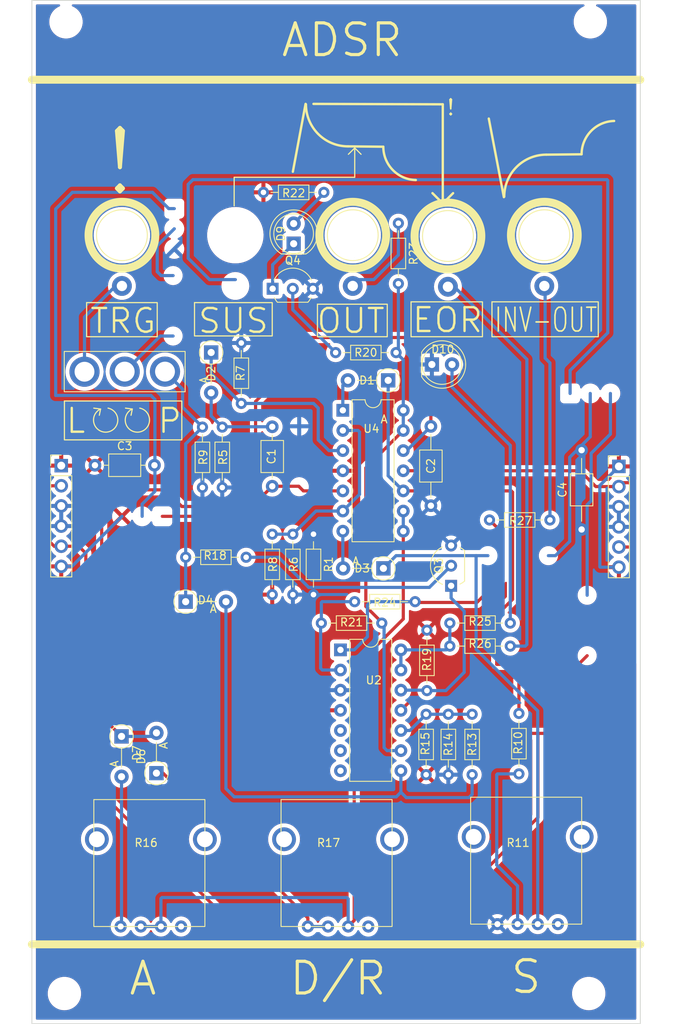
<source format=kicad_pcb>
(kicad_pcb (version 20221018) (generator pcbnew)
  (layers (0 "F.Cu" signal) (31 "B.Cu" signal) (34 "B.Paste" user) (35 "F.Paste" user) (36 "B.SilkS" user "B.Silkscreen") (37 "F.SilkS" user "F.Silkscreen") (38 "B.Mask" user) (39 "F.Mask" user) (44 "Edge.Cuts" user))
  (net 0 "")
  (net 1 "Net-(U4B-+)")
  (net 2 "Net-(D2-A)")
  (net 3 "GND")
  (net 4 "Net-(D6-K)")
  (net 5 "Net-(D1-K)")
  (net 6 "Net-(D1-A)")
  (net 7 "Net-(D2-K)")
  (net 8 "Net-(D3-K)")
  (net 9 "+12V")
  (net 10 "-12V")
  (net 11 "Net-(D3-A)")
  (net 12 "Net-(D4-K)")
  (net 13 "Net-(D4-A)")
  (net 14 "Net-(D6-A)")
  (net 15 "Net-(D7-K)")
  (net 16 "Net-(D9-K)")
  (net 17 "Net-(D9-A)")
  (net 18 "Net-(D10-A)")
  (net 19 "Net-(Q3-C)")
  (net 20 "Net-(Q3-B)")
  (net 21 "Net-(Q4-B)")
  (net 22 "Net-(U4A--)")
  (net 23 "Net-(R11-S)")
  (net 27 "Net-(U2C-+)")
  (net 28 "Net-(R16-E)")
  (net 31 "Net-(R23-Pad1)")
  (net 32 "Net-(R24-Pad1)")
  (net 34 "Net-(R26-Pad1)")
  (net 35 "Net-(R27-Pad1)")
  (net 36 "Net-(U1-Pad1)")
  (net 40 "Net-(U2C--)")
  (net 41 "Net-(U2A--)")
  (net 42 "Net-(U2D--)")
  (net 43 "Net-(U2B--)")
  (footprint "Connector_PinHeader_2.54mm:PinHeader_1x06_P2.54mm_Vertical" (layer "F.Cu") (at 248.5 76.45)
    (fp_text reference "J1" hide)
    (fp_text value "Conn_01x06_Female")
    (pad "1" thru_hole rect (at 0 0) (size 1.7 1.7) (drill 1) (layers "*.Cu" "*.Mask") (net 9 "+12V"))
    (pad "2" thru_hole oval (at 0 2.54) (size 1.7 1.7) (drill 1) (layers "*.Cu" "*.Mask") (net 10 "-12V"))
    (pad "3" thru_hole oval (at 0 5.08) (size 1.7 1.7) (drill 1) (layers "*.Cu" "*.Mask") (net 3 "GND"))
    (pad "4" thru_hole oval (at 0 7.62) (size 1.7 1.7) (drill 1) (layers "*.Cu" "*.Mask") (net 3 "GND"))
    (pad "5" thru_hole oval (at 0 10.16) (size 1.7 1.7) (drill 1) (layers "*.Cu" "*.Mask") (net 10 "-12V"))
    (pad "6" thru_hole oval (at 0 12.7) (size 1.7 1.7) (drill 1) (layers "*.Cu" "*.Mask") (net 9 "+12V"))
  )
  (footprint "Package_DIP:DIP-14_W7.62mm" (layer "F.Cu") (at 213.7 69.375)
    (fp_text reference "U4" (at 3.6 2.325) (layer "F.SilkS"))
    (fp_text value "TL074")
    (pad "1" thru_hole rect (at 0 0) (size 1.6 1.6) (drill 0.8) (layers "*.Cu" "*.Mask") (net 6 "Net-(D1-A)"))
    (pad "2" thru_hole oval (at 0 2.54) (size 1.6 1.6) (drill 0.8) (layers "*.Cu" "*.Mask") (net 22 "Net-(U4A--)"))
    (pad "3" thru_hole oval (at 0 5.08) (size 1.6 1.6) (drill 0.8) (layers "*.Cu" "*.Mask") (net 7 "Net-(D2-K)"))
    (pad "4" thru_hole oval (at 0 7.62) (size 1.6 1.6) (drill 0.8) (layers "*.Cu" "*.Mask") (net 9 "+12V"))
    (pad "5" thru_hole oval (at 0 10.16) (size 1.6 1.6) (drill 0.8) (layers "*.Cu" "*.Mask") (net 1 "Net-(U4B-+)"))
    (pad "6" thru_hole oval (at 0 12.7) (size 1.6 1.6) (drill 0.8) (layers "*.Cu" "*.Mask") (net 22 "Net-(U4A--)"))
    (pad "7" thru_hole oval (at 0 15.24) (size 1.6 1.6) (drill 0.8) (layers "*.Cu" "*.Mask") (net 11 "Net-(D3-A)"))
    (pad "8" thru_hole oval (at 7.62 15.24) (size 1.6 1.6) (drill 0.8) (layers "*.Cu" "*.Mask") (net 28 "Net-(R16-E)"))
    (pad "9" thru_hole oval (at 7.62 12.7) (size 1.6 1.6) (drill 0.8) (layers "*.Cu" "*.Mask") (net 28 "Net-(R16-E)"))
    (pad "10" thru_hole oval (at 7.62 10.16) (size 1.6 1.6) (drill 0.8) (layers "*.Cu" "*.Mask") (net 5 "Net-(D1-K)"))
    (pad "11" thru_hole oval (at 7.62 7.62) (size 1.6 1.6) (drill 0.8) (layers "*.Cu" "*.Mask") (net 10 "-12V"))
    (pad "12" thru_hole oval (at 7.62 5.08) (size 1.6 1.6) (drill 0.8) (layers "*.Cu" "*.Mask") (net 4 "Net-(D6-K)"))
    (pad "13" thru_hole oval (at 7.62 2.54) (size 1.6 1.6) (drill 0.8) (layers "*.Cu" "*.Mask") (net 40 "Net-(U2C--)"))
    (pad "14" thru_hole oval (at 7.62 0) (size 1.6 1.6) (drill 0.8) (layers "*.Cu" "*.Mask") (net 40 "Net-(U2C--)"))
  )
  (footprint "Resistor_THT:R_Axial_DIN0204_L3.6mm_D1.6mm_P7.62mm_Horizontal" (layer "F.Cu") (at 210 84.99 -90)
    (fp_text reference "R1" (at 3.81 -1.92 90) (layer "F.SilkS"))
    (fp_text value "R")
    (pad "1" thru_hole circle (at 0 0 270) (size 1.4 1.4) (drill 0.7) (layers "*.Cu" "*.Mask") (net 1 "Net-(U4B-+)"))
    (pad "2" thru_hole oval (at 7.62 0 270) (size 1.4 1.4) (drill 0.7) (layers "*.Cu" "*.Mask") (net 3 "GND"))
  )
  (footprint "Diode_THT:D_A-405_P5.08mm_Vertical_AnodeUp" (layer "F.Cu") (at 193.885 93.5)
    (fp_text reference "D4" (at 2.515 -0.2) (layer "F.SilkS"))
    (fp_text value "D")
    (fp_text user "A" (at 3.48 0.9) (layer "F.SilkS"))
    (pad "1" thru_hole rect (at 0 0) (size 1.8 1.8) (drill 0.9) (layers "*.Cu" "*.Mask") (net 12 "Net-(D4-K)"))
    (pad "2" thru_hole oval (at 5.08 0) (size 1.8 1.8) (drill 0.9) (layers "*.Cu" "*.Mask") (net 13 "Net-(D4-A)"))
  )
  (footprint "Resistor_THT:R_Axial_DIN0204_L3.6mm_D1.6mm_P7.62mm_Horizontal" (layer "F.Cu") (at 224.2 115.31 90)
    (fp_text reference "R15" (at 3.91 -0.1 90) (layer "F.SilkS"))
    (fp_text value "R")
    (pad "1" thru_hole circle (at 0 0 90) (size 1.4 1.4) (drill 0.7) (layers "*.Cu" "*.Mask") (net 9 "+12V"))
    (pad "2" thru_hole oval (at 7.62 0 90) (size 1.4 1.4) (drill 0.7) (layers "*.Cu" "*.Mask") (net 27 "Net-(U2C-+)"))
  )
  (footprint "Diode_THT:D_A-405_P5.08mm_Vertical_AnodeUp" (layer "F.Cu") (at 185.8 110.485 -90)
    (fp_text reference "D6" (at 2.54 -2.47 90) (layer "F.SilkS"))
    (fp_text value "D")
    (fp_text user "A" (at 3.48 0.9 90) (layer "F.SilkS"))
    (pad "1" thru_hole rect (at 0 0 270) (size 1.8 1.8) (drill 0.9) (layers "*.Cu" "*.Mask") (net 4 "Net-(D6-K)"))
    (pad "2" thru_hole oval (at 5.08 0 270) (size 1.8 1.8) (drill 0.9) (layers "*.Cu" "*.Mask") (net 14 "Net-(D6-A)"))
  )
  (footprint "Diode_THT:D_A-405_P5.08mm_Vertical_AnodeUp" (layer "F.Cu") (at 190.2 115.115 90)
    (fp_text reference "D7" (at 2.54 -2.47 90) (layer "F.SilkS"))
    (fp_text value "D")
    (fp_text user "A" (at 3.48 0.9 90) (layer "F.SilkS"))
    (pad "1" thru_hole rect (at 0 0 90) (size 1.8 1.8) (drill 0.9) (layers "*.Cu" "*.Mask") (net 15 "Net-(D7-K)"))
    (pad "2" thru_hole oval (at 5.08 0 90) (size 1.8 1.8) (drill 0.9) (layers "*.Cu" "*.Mask") (net 4 "Net-(D6-K)"))
  )
  (footprint "Library:aux_flush" (layer "F.Cu") (at 239.1 47.3 90)
    (fp_text reference "U8" hide)
    (fp_text value "Aux_flush")
    (pad "" np_thru_hole circle (at 0 0 90) (size 6.1 6.1) (drill 6.1) (layers "F&B.Cu" "*.Mask"))
    (pad "1" thru_hole circle (at -6.4 0 90) (size 2.5 2.5) (drill 1.3) (layers "*.Cu" "*.Mask") (net 35 "Net-(R27-Pad1)"))
  )
  (footprint "Resistor_THT:R_Axial_DIN0204_L3.6mm_D1.6mm_P7.62mm_Horizontal" (layer "F.Cu") (at 198.5 71.49 -90)
    (fp_text reference "R5" (at 3.81 -0.1 90) (layer "F.SilkS"))
    (fp_text value "R")
    (pad "1" thru_hole circle (at 0 0 270) (size 1.4 1.4) (drill 0.7) (layers "*.Cu" "*.Mask") (net 2 "Net-(D2-A)"))
    (pad "2" thru_hole oval (at 7.62 0 270) (size 1.4 1.4) (drill 0.7) (layers "*.Cu" "*.Mask") (net 3 "GND"))
  )
  (footprint "Package_DIP:DIP-14_W7.62mm" (layer "F.Cu") (at 213.4 99.575)
    (fp_text reference "U2" (at 4.2 3.825) (layer "F.SilkS"))
    (fp_text value "TL074")
    (pad "1" thru_hole rect (at 0 0) (size 1.6 1.6) (drill 0.8) (layers "*.Cu" "*.Mask") (net 32 "Net-(R24-Pad1)"))
    (pad "2" thru_hole oval (at 0 2.54) (size 1.6 1.6) (drill 0.8) (layers "*.Cu" "*.Mask") (net 41 "Net-(U2A--)"))
    (pad "3" thru_hole oval (at 0 5.08) (size 1.6 1.6) (drill 0.8) (layers "*.Cu" "*.Mask") (net 3 "GND"))
    (pad "4" thru_hole oval (at 0 7.62) (size 1.6 1.6) (drill 0.8) (layers "*.Cu" "*.Mask") (net 9 "+12V"))
    (pad "5" thru_hole oval (at 0 10.16) (size 1.6 1.6) (drill 0.8) (layers "*.Cu" "*.Mask") (net 3 "GND"))
    (pad "6" thru_hole oval (at 0 12.7) (size 1.6 1.6) (drill 0.8) (layers "*.Cu" "*.Mask") (net 43 "Net-(U2B--)"))
    (pad "7" thru_hole oval (at 0 15.24) (size 1.6 1.6) (drill 0.8) (layers "*.Cu" "*.Mask") (net 43 "Net-(U2B--)"))
    (pad "8" thru_hole oval (at 7.62 15.24) (size 1.6 1.6) (drill 0.8) (layers "*.Cu" "*.Mask") (net 13 "Net-(D4-A)"))
    (pad "9" thru_hole oval (at 7.62 12.7) (size 1.6 1.6) (drill 0.8) (layers "*.Cu" "*.Mask") (net 40 "Net-(U2C--)"))
    (pad "10" thru_hole oval (at 7.62 10.16) (size 1.6 1.6) (drill 0.8) (layers "*.Cu" "*.Mask") (net 27 "Net-(U2C-+)"))
    (pad "11" thru_hole oval (at 7.62 7.62) (size 1.6 1.6) (drill 0.8) (layers "*.Cu" "*.Mask") (net 10 "-12V"))
    (pad "12" thru_hole oval (at 7.62 5.08) (size 1.6 1.6) (drill 0.8) (layers "*.Cu" "*.Mask") (net 19 "Net-(Q3-C)"))
    (pad "13" thru_hole oval (at 7.62 2.54) (size 1.6 1.6) (drill 0.8) (layers "*.Cu" "*.Mask") (net 42 "Net-(U2D--)"))
    (pad "14" thru_hole oval (at 7.62 0) (size 1.6 1.6) (drill 0.8) (layers "*.Cu" "*.Mask") (net 42 "Net-(U2D--)"))
  )
  (footprint "Resistor_THT:R_Axial_DIN0204_L3.6mm_D1.6mm_P7.62mm_Horizontal" (layer "F.Cu") (at 234.81 99.1 180)
    (fp_text reference "R26" (at 3.81 0.3) (layer "F.SilkS"))
    (fp_text value "R")
    (pad "1" thru_hole circle (at 0 0 180) (size 1.4 1.4) (drill 0.7) (layers "*.Cu" "*.Mask") (net 34 "Net-(R26-Pad1)"))
    (pad "2" thru_hole oval (at 7.62 0 180) (size 1.4 1.4) (drill 0.7) (layers "*.Cu" "*.Mask") (net 42 "Net-(U2D--)"))
  )
  (footprint "Resistor_THT:R_Axial_DIN0204_L3.6mm_D1.6mm_P7.62mm_Horizontal" (layer "F.Cu") (at 200.9 68.51 90)
    (fp_text reference "R7" (at 3.81 -0.1 90) (layer "F.SilkS"))
    (fp_text value "R")
    (pad "1" thru_hole circle (at 0 0 90) (size 1.4 1.4) (drill 0.7) (layers "*.Cu" "*.Mask") (net 7 "Net-(D2-K)"))
    (pad "2" thru_hole oval (at 7.62 0 90) (size 1.4 1.4) (drill 0.7) (layers "*.Cu" "*.Mask") (net 3 "GND"))
  )
  (footprint "Resistor_THT:R_Axial_DIN0204_L3.6mm_D1.6mm_P7.62mm_Horizontal" (layer "F.Cu") (at 212.79 62.1)
    (fp_text reference "R20" (at 3.81 0) (layer "F.SilkS"))
    (fp_text value "R")
    (pad "1" thru_hole circle (at 0 0) (size 1.4 1.4) (drill 0.7) (layers "*.Cu" "*.Mask") (net 21 "Net-(Q4-B)"))
    (pad "2" thru_hole oval (at 7.62 0) (size 1.4 1.4) (drill 0.7) (layers "*.Cu" "*.Mask") (net 40 "Net-(U2C--)"))
  )
  (footprint "Capacitor_THT:C_Axial_L3.8mm_D2.6mm_P10.00mm_Horizontal" (layer "F.Cu") (at 224.8 81.4 90)
    (fp_text reference "C2" (at 5 0 90) (layer "F.SilkS"))
    (fp_text value "C")
    (pad "1" thru_hole circle (at 0 0 90) (size 1.6 1.6) (drill 0.8) (layers "*.Cu" "*.Mask") (net 3 "GND"))
    (pad "2" thru_hole oval (at 10 0 90) (size 1.6 1.6) (drill 0.8) (layers "*.Cu" "*.Mask") (net 4 "Net-(D6-K)"))
  )
  (footprint "Resistor_THT:R_Axial_DIN0204_L3.6mm_D1.6mm_P7.62mm_Horizontal" (layer "F.Cu") (at 220.7 45.79 -90)
    (fp_text reference "R23" (at 3.81 -1.92 90) (layer "F.SilkS"))
    (fp_text value "R")
    (pad "1" thru_hole circle (at 0 0 270) (size 1.4 1.4) (drill 0.7) (layers "*.Cu" "*.Mask") (net 31 "Net-(R23-Pad1)"))
    (pad "2" thru_hole oval (at 7.62 0 270) (size 1.4 1.4) (drill 0.7) (layers "*.Cu" "*.Mask") (net 40 "Net-(U2C--)"))
  )
  (footprint "Capacitor_THT:C_Axial_L3.8mm_D2.6mm_P10.00mm_Horizontal" (layer "F.Cu") (at 243.8 84.4 90)
    (fp_text reference "C4" (at 5 -2.42 90) (layer "F.SilkS"))
    (fp_text value "C")
    (pad "1" thru_hole circle (at 0 0 90) (size 1.6 1.6) (drill 0.8) (layers "*.Cu" "*.Mask") (net 3 "GND"))
    (pad "2" thru_hole oval (at 10 0 90) (size 1.6 1.6) (drill 0.8) (layers "*.Cu" "*.Mask") (net 9 "+12V"))
  )
  (footprint "Capacitor_THT:C_Axial_L3.8mm_D2.6mm_P7.50mm_Horizontal" (layer "F.Cu") (at 204.8 78.95 90)
    (fp_text reference "C1" (at 3.75 -0.1 90) (layer "F.SilkS"))
    (fp_text value "C")
    (pad "1" thru_hole circle (at 0 0 90) (size 1.6 1.6) (drill 0.8) (layers "*.Cu" "*.Mask") (net 1 "Net-(U4B-+)"))
    (pad "2" thru_hole oval (at 7.5 0 90) (size 1.6 1.6) (drill 0.8) (layers "*.Cu" "*.Mask") (net 2 "Net-(D2-A)"))
  )
  (footprint "Package_TO_SOT_THT:TO-92L_Inline_Wide" (layer "F.Cu") (at 227.35 91.5 90)
    (fp_text reference "Q3" (at 2.54 -1.55 90) (layer "F.SilkS"))
    (fp_text value "BC547")
    (pad "1" thru_hole rect (at 0 0 90) (size 1.5 1.5) (drill 0.8) (layers "*.Cu" "*.Mask") (net 19 "Net-(Q3-C)"))
    (pad "2" thru_hole circle (at 2.54 0 90) (size 1.5 1.5) (drill 0.8) (layers "*.Cu" "*.Mask") (net 20 "Net-(Q3-B)"))
    (pad "3" thru_hole circle (at 5.08 0 90) (size 1.5 1.5) (drill 0.8) (layers "*.Cu" "*.Mask") (net 3 "GND"))
  )
  (footprint "Resistor_THT:R_Axial_DIN0204_L3.6mm_D1.6mm_P7.62mm_Horizontal" (layer "F.Cu") (at 211.31 41.9 180)
    (fp_text reference "R22" (at 3.81 -0.1) (layer "F.SilkS"))
    (fp_text value "R")
    (pad "1" thru_hole circle (at 0 0 180) (size 1.4 1.4) (drill 0.7) (layers "*.Cu" "*.Mask") (net 17 "Net-(D9-A)"))
    (pad "2" thru_hole oval (at 7.62 0 180) (size 1.4 1.4) (drill 0.7) (layers "*.Cu" "*.Mask") (net 9 "+12V"))
  )
  (footprint "Resistor_THT:R_Axial_DIN0204_L3.6mm_D1.6mm_P7.62mm_Horizontal" (layer "F.Cu") (at 224.3 97.09 -90)
    (fp_text reference "R19" (at 3.71 0 90) (layer "F.SilkS"))
    (fp_text value "R")
    (pad "1" thru_hole circle (at 0 0 270) (size 1.4 1.4) (drill 0.7) (layers "*.Cu" "*.Mask") (net 9 "+12V"))
    (pad "2" thru_hole oval (at 7.62 0 270) (size 1.4 1.4) (drill 0.7) (layers "*.Cu" "*.Mask") (net 19 "Net-(Q3-C)"))
  )
  (footprint "Resistor_THT:R_Axial_DIN0204_L3.6mm_D1.6mm_P7.62mm_Horizontal" (layer "F.Cu") (at 222.81 93.5 180)
    (fp_text reference "R24" (at 3.81 -0.1) (layer "F.SilkS"))
    (fp_text value "R")
    (pad "1" thru_hole circle (at 0 0 180) (size 1.4 1.4) (drill 0.7) (layers "*.Cu" "*.Mask") (net 32 "Net-(R24-Pad1)"))
    (pad "2" thru_hole oval (at 7.62 0 180) (size 1.4 1.4) (drill 0.7) (layers "*.Cu" "*.Mask") (net 41 "Net-(U2A--)"))
  )
  (footprint "Diode_THT:D_A-405_P5.08mm_Vertical_AnodeUp" (layer "F.Cu") (at 219.415 65.6 180)
    (fp_text reference "D1" (at 2.675 0) (layer "F.SilkS"))
    (fp_text value "D")
    (fp_text user "A" (at 0.515 -4.9) (layer "F.SilkS"))
    (pad "1" thru_hole rect (at 0 0 180) (size 1.8 1.8) (drill 0.9) (layers "*.Cu" "*.Mask") (net 5 "Net-(D1-K)"))
    (pad "2" thru_hole oval (at 5.08 0 180) (size 1.8 1.8) (drill 0.9) (layers "*.Cu" "*.Mask") (net 6 "Net-(D1-A)"))
  )
  (footprint "Resistor_THT:R_Axial_DIN0204_L3.6mm_D1.6mm_P7.62mm_Horizontal" (layer "F.Cu") (at 207.4 84.99 -90)
    (fp_text reference "R6" (at 3.81 -0.1 90) (layer "F.SilkS"))
    (fp_text value "R")
    (pad "1" thru_hole circle (at 0 0 270) (size 1.4 1.4) (drill 0.7) (layers "*.Cu" "*.Mask") (net 22 "Net-(U4A--)"))
    (pad "2" thru_hole oval (at 7.62 0 270) (size 1.4 1.4) (drill 0.7) (layers "*.Cu" "*.Mask") (net 3 "GND"))
  )
  (footprint "Capacitor_THT:C_Axial_L3.8mm_D2.6mm_P7.50mm_Horizontal" (layer "F.Cu") (at 182.45 76.3)
    (fp_text reference "C3" (at 3.75 -2.42) (layer "F.SilkS"))
    (fp_text value "C")
    (pad "1" thru_hole circle (at 0 0) (size 1.6 1.6) (drill 0.8) (layers "*.Cu" "*.Mask") (net 10 "-12V"))
    (pad "2" thru_hole oval (at 7.5 0) (size 1.6 1.6) (drill 0.8) (layers "*.Cu" "*.Mask") (net 9 "+12V"))
  )
  (footprint "Resistor_THT:R_Axial_DIN0204_L3.6mm_D1.6mm_P7.62mm_Horizontal" (layer "F.Cu") (at 230 107.69 -90)
    (fp_text reference "R13" (at 3.81 0 90) (layer "F.SilkS"))
    (fp_text value "R")
    (pad "1" thru_hole circle (at 0 0 270) (size 1.4 1.4) (drill 0.7) (layers "*.Cu" "*.Mask") (net 27 "Net-(U2C-+)"))
    (pad "2" thru_hole oval (at 7.62 0 270) (size 1.4 1.4) (drill 0.7) (layers "*.Cu" "*.Mask") (net 13 "Net-(D4-A)"))
  )
  (footprint "Resistor_THT:R_Axial_DIN0204_L3.6mm_D1.6mm_P7.62mm_Horizontal" (layer "F.Cu") (at 204.8 84.99 -90)
    (fp_text reference "R8" (at 3.81 -0.1 90) (layer "F.SilkS"))
    (fp_text value "R")
    (pad "1" thru_hole circle (at 0 0 270) (size 1.4 1.4) (drill 0.7) (layers "*.Cu" "*.Mask") (net 22 "Net-(U4A--)"))
    (pad "2" thru_hole oval (at 7.62 0 270) (size 1.4 1.4) (drill 0.7) (layers "*.Cu" "*.Mask") (net 9 "+12V"))
  )
  (footprint "LED_THT:LED_D5.0mm" (layer "F.Cu") (at 224.925 63.6)
    (fp_text reference "D10" (at 1.375 -1.9) (layer "F.SilkS"))
    (fp_text value "LED")
    (pad "1" thru_hole rect (at 0 0) (size 1.8 1.8) (drill 0.9) (layers "*.Cu" "*.Mask") (net 3 "GND"))
    (pad "2" thru_hole circle (at 2.54 0) (size 1.8 1.8) (drill 0.9) (layers "*.Cu" "*.Mask") (net 18 "Net-(D10-A)"))
  )
  (footprint "Resistor_THT:R_Axial_DIN0204_L3.6mm_D1.6mm_P7.62mm_Horizontal" (layer "F.Cu") (at 210.99 96.2)
    (fp_text reference "R21" (at 3.81 -0.1) (layer "F.SilkS"))
    (fp_text value "R")
    (pad "1" thru_hole circle (at 0 0) (size 1.4 1.4) (drill 0.7) (layers "*.Cu" "*.Mask") (net 41 "Net-(U2A--)"))
    (pad "2" thru_hole oval (at 7.62 0) (size 1.4 1.4) (drill 0.7) (layers "*.Cu" "*.Mask") (net 40 "Net-(U2C--)"))
  )
  (footprint "Diode_THT:D_A-405_P5.08mm_Vertical_AnodeUp" (layer "F.Cu") (at 218.815 89.3 180)
    (fp_text reference "D3" (at 2.675 0) (layer "F.SilkS"))
    (fp_text value "D")
    (fp_text user "A" (at 3.48 0.9) (layer "F.SilkS"))
    (pad "1" thru_hole rect (at 0 0 180) (size 1.8 1.8) (drill 0.9) (layers "*.Cu" "*.Mask") (net 8 "Net-(D3-K)"))
    (pad "2" thru_hole oval (at 5.08 0 180) (size 1.8 1.8) (drill 0.9) (layers "*.Cu" "*.Mask") (net 11 "Net-(D3-A)"))
  )
  (footprint "pretties:AlpsPot" (layer "F.Cu") (at 209.29 134.449)
    (fp_text reference "R17" (at 2.61 -10.549 unlocked) (layer "F.SilkS"))
    (fp_text value "AlpsPot")
    (pad "1" thru_hole circle (at 0 0) (size 1.524 1.524) (drill 0.762) (layers "*.Cu" "*.Mask") (net 15 "Net-(D7-K)"))
    (pad "2" thru_hole circle (at 2.54 0) (size 1.524 1.524) (drill 0.762) (layers "*.Cu" "*.Mask") (net 15 "Net-(D7-K)"))
    (pad "3" thru_hole circle (at 5.08 0) (size 1.524 1.524) (drill 0.762) (layers "*.Cu" "*.Mask") (net 28 "Net-(R16-E)"))
    (pad "4" thru_hole circle (at 7.62 0) (size 1.524 1.524) (drill 0.762) (layers "*.Cu" "*.Mask"))
    (pad "5" thru_hole circle (at -3 -11) (size 3 3) (drill 2) (layers "*.Cu" "*.Mask"))
    (pad "6" thru_hole circle (at 10.62 -11) (size 3 3) (drill 2) (layers "*.Cu" "*.Mask"))
  )
  (footprint "Diode_THT:D_A-405_P5.08mm_Vertical_AnodeUp" (layer "F.Cu") (at 197.1 62.085 -90)
    (fp_text reference "D2" (at 2.675 0 90) (layer "F.SilkS"))
    (fp_text value "D")
    (fp_text user "A" (at 3.48 0.9 90) (layer "F.SilkS"))
    (pad "1" thru_hole rect (at 0 0 270) (size 1.8 1.8) (drill 0.9) (layers "*.Cu" "*.Mask") (net 7 "Net-(D2-K)"))
    (pad "2" thru_hole oval (at 5.08 0 270) (size 1.8 1.8) (drill 0.9) (layers "*.Cu" "*.Mask") (net 2 "Net-(D2-A)"))
  )
  (footprint "LED_THT:LED_D5.0mm" (layer "F.Cu") (at 207.5 48.375 90)
    (fp_text reference "D9" (at 1.27 -1.6 90) (layer "F.SilkS"))
    (fp_text value "LED")
    (pad "1" thru_hole rect (at 0 0 90) (size 1.8 1.8) (drill 0.9) (layers "*.Cu" "*.Mask") (net 16 "Net-(D9-K)"))
    (pad "2" thru_hole circle (at 2.54 0 90) (size 1.8 1.8) (drill 0.9) (layers "*.Cu" "*.Mask") (net 17 "Net-(D9-A)"))
  )
  (footprint "Library:aux_flush" (layer "F.Cu") (at 185.85 47.3 90)
    (fp_text reference "U1" hide)
    (fp_text value "Aux_flush")
    (pad "" np_thru_hole circle (at 0 0 90) (size 6.1 6.1) (drill 6.1) (layers "F&B.Cu" "*.Mask"))
    (pad "1" thru_hole circle (at -6.4 0 90) (size 2.5 2.5) (drill 1.3) (layers "*.Cu" "*.Mask") (net 36 "Net-(U1-Pad1)"))
  )
  (footprint "pretties:AlpsPot" (layer "F.Cu") (at 233.19 134.149)
    (fp_text reference "R11" (at 2.61 -10.249 unlocked) (layer "F.SilkS"))
    (fp_text value "AlpsPot")
    (pad "1" thru_hole circle (at 0 0) (size 1.524 1.524) (drill 0.762) (layers "*.Cu" "*.Mask") (net 3 "GND"))
    (pad "2" thru_hole circle (at 2.54 0) (size 1.524 1.524) (drill 0.762) (layers "*.Cu" "*.Mask") (net 23 "Net-(R11-S)"))
    (pad "3" thru_hole circle (at 5.08 0) (size 1.524 1.524) (drill 0.762) (layers "*.Cu" "*.Mask") (net 8 "Net-(D3-K)"))
    (pad "4" thru_hole circle (at 7.62 0) (size 1.524 1.524) (drill 0.762) (layers "*.Cu" "*.Mask"))
    (pad "5" thru_hole circle (at -3 -11) (size 3 3) (drill 2) (layers "*.Cu" "*.Mask"))
    (pad "6" thru_hole circle (at 10.62 -11) (size 3 3) (drill 2) (layers "*.Cu" "*.Mask"))
  )
  (footprint "Resistor_THT:R_Axial_DIN0204_L3.6mm_D1.6mm_P7.62mm_Horizontal" (layer "F.Cu") (at 196 71.49 -90)
    (fp_text reference "R9" (at 3.81 -0.1 90) (layer "F.SilkS"))
    (fp_text value "R")
    (pad "1" thru_hole circle (at 0 0 270) (size 1.4 1.4) (drill 0.7) (layers "*.Cu" "*.Mask") (net 12 "Net-(D4-K)"))
    (pad "2" thru_hole oval (at 7.62 0 270) (size 1.4 1.4) (drill 0.7) (layers "*.Cu" "*.Mask") (net 3 "GND"))
  )
  (footprint "Resistor_THT:R_Axial_DIN0204_L3.6mm_D1.6mm_P7.62mm_Horizontal" (layer "F.Cu") (at 239.81 83.2 180)
    (fp_text reference "R27" (at 3.71 -0.1) (layer "F.SilkS"))
    (fp_text value "R")
    (pad "1" thru_hole circle (at 0 0 180) (size 1.4 1.4) (drill 0.7) (layers "*.Cu" "*.Mask") (net 35 "Net-(R27-Pad1)"))
    (pad "2" thru_hole oval (at 7.62 0 180) (size 1.4 1.4) (drill 0.7) (layers "*.Cu" "*.Mask") (net 32 "Net-(R24-Pad1)"))
  )
  (footprint "Library:aux_flush" (layer "F.Cu") (at 214.95 47.3 90)
    (fp_text reference "U6" hide)
    (fp_text value "Aux_flush")
    (pad "" np_thru_hole circle (at 0 0 90) (size 6.1 6.1) (drill 6.1) (layers "F&B.Cu" "*.Mask"))
    (pad "1" thru_hole circle (at -6.4 0 90) (size 2.5 2.5) (drill 1.3) (layers "*.Cu" "*.Mask") (net 31 "Net-(R23-Pad1)"))
  )
  (footprint "Library:Switch" (layer "F.Cu") (at 186.2 61.955 180)
    (fp_text reference "U3" hide)
    (fp_text value "Switch")
    (pad "1" thru_hole circle (at -5.08 -2.54 180) (size 3.8 3.8) (drill 2.5) (layers "*.Cu" "*.Mask") (net 12 "Net-(D4-K)"))
    (pad "2" thru_hole circle (at 0 -2.54 180) (size 3.8 3.8) (drill 2.5) (layers "*.Cu" "*.Mask") (net 1 "Net-(U4B-+)"))
    (pad "3" thru_hole circle (at 5.068113 -2.556204 180) (size 3.8 3.8) (drill 2.5) (layers "*.Cu" "*.Mask") (net 36 "Net-(U1-Pad1)"))
  )
  (footprint "Connector_PinHeader_2.54mm:PinHeader_1x06_P2.54mm_Vertical" (layer "F.Cu") (at 178.2 76.35)
    (fp_text reference "J2" hide)
    (fp_text value "Conn_01x06_Female")
    (pad "1" thru_hole rect (at 0 0) (size 1.7 1.7) (drill 1) (layers "*.Cu" "*.Mask") (net 9 "+12V"))
    (pad "2" thru_hole oval (at 0 2.54) (size 1.7 1.7) (drill 1) (layers "*.Cu" "*.Mask") (net 10 "-12V"))
    (pad "3" thru_hole oval (at 0 5.08) (size 1.7 1.7) (drill 1) (layers "*.Cu" "*.Mask") (net 3 "GND"))
    (pad "4" thru_hole oval (at 0 7.62) (size 1.7 1.7) (drill 1) (layers "*.Cu" "*.Mask") (net 3 "GND"))
    (pad "5" thru_hole oval (at 0 10.16) (size 1.7 1.7) (drill 1) (layers "*.Cu" "*.Mask") (net 10 "-12V"))
    (pad "6" thru_hole oval (at 0 12.7) (size 1.7 1.7) (drill 1) (layers "*.Cu" "*.Mask") (net 9 "+12V"))
  )
  (footprint "Resistor_THT:R_Axial_DIN0204_L3.6mm_D1.6mm_P7.62mm_Horizontal" (layer "F.Cu") (at 235.9 107.59 -90)
    (fp_text reference "R10" (at 3.71 0.1 90) (layer "F.SilkS"))
    (fp_text value "R")
    (pad "1" thru_hole circle (at 0 0 270) (size 1.4 1.4) (drill 0.7) (layers "*.Cu" "*.Mask") (net 5 "Net-(D1-K)"))
    (pad "2" thru_hole oval (at 7.62 0 270) (size 1.4 1.4) (drill 0.7) (layers "*.Cu" "*.Mask") (net 23 "Net-(R11-S)"))
  )
  (footprint "Resistor_THT:R_Axial_DIN0204_L3.6mm_D1.6mm_P7.62mm_Horizontal" (layer "F.Cu") (at 234.81 96.2 180)
    (fp_text reference "R25" (at 3.81 0.2) (layer "F.SilkS"))
    (fp_text value "R")
    (pad "1" thru_hole circle (at 0 0 180) (size 1.4 1.4) (drill 0.7) (layers "*.Cu" "*.Mask") (net 18 "Net-(D10-A)"))
    (pad "2" thru_hole oval (at 7.62 0 180) (size 1.4 1.4) (drill 0.7) (layers "*.Cu" "*.Mask") (net 42 "Net-(U2D--)"))
  )
  (footprint "Resistor_THT:R_Axial_DIN0204_L3.6mm_D1.6mm_P7.62mm_Horizontal" (layer "F.Cu") (at 227 107.69 -90)
    (fp_text reference "R14" (at 3.81 0 90) (layer "F.SilkS"))
    (fp_text value "R")
    (pad "1" thru_hole circle (at 0 0 270) (size 1.4 1.4) (drill 0.7) (layers "*.Cu" "*.Mask") (net 27 "Net-(U2C-+)"))
    (pad "2" thru_hole oval (at 7.62 0 270) (size 1.4 1.4) (drill 0.7) (layers "*.Cu" "*.Mask") (net 3 "GND"))
  )
  (footprint "Resistor_THT:R_Axial_DIN0204_L3.6mm_D1.6mm_P7.62mm_Horizontal" (layer "F.Cu") (at 193.89 87.9)
    (fp_text reference "R18" (at 3.71 -0.2) (layer "F.SilkS"))
    (fp_text value "R")
    (pad "1" thru_hole circle (at 0 0) (size 1.4 1.4) (drill 0.7) (layers "*.Cu" "*.Mask") (net 12 "Net-(D4-K)"))
    (pad "2" thru_hole oval (at 7.62 0) (size 1.4 1.4) (drill 0.7) (layers "*.Cu" "*.Mask") (net 20 "Net-(Q3-B)"))
  )
  (footprint "Package_TO_SOT_THT:TO-92L_Inline_Wide" (layer "F.Cu") (at 204.85 54.05)
    (fp_text reference "Q4" (at 2.54 -3.56) (layer "F.SilkS"))
    (fp_text value "BC547")
    (pad "1" thru_hole rect (at 0 0) (size 1.5 1.5) (drill 0.8) (layers "*.Cu" "*.Mask") (net 16 "Net-(D9-K)"))
    (pad "2" thru_hole circle (at 2.54 0) (size 1.5 1.5) (drill 0.8) (layers "*.Cu" "*.Mask") (net 21 "Net-(Q4-B)"))
    (pad "3" thru_hole circle (at 5.08 0) (size 1.5 1.5) (drill 0.8) (layers "*.Cu" "*.Mask") (net 3 "GND"))
  )
  (footprint "pretties:AlpsPot" (layer "F.Cu") (at 185.69 134.449)
    (fp_text reference "R16" (at 3.21 -10.549 unlocked) (layer "F.SilkS"))
    (fp_text value "AlpsPot")
    (pad "1" thru_hole circle (at 0 0) (size 1.524 1.524) (drill 0.762) (layers "*.Cu" "*.Mask") (net 14 "Net-(D6-A)"))
    (pad "2" thru_hole circle (at 2.54 0) (size 1.524 1.524) (drill 0.762) (layers "*.Cu" "*.Mask") (net 28 "Net-(R16-E)"))
    (pad "3" thru_hole circle (at 5.08 0) (size 1.524 1.524) (drill 0.762) (layers "*.Cu" "*.Mask") (net 28 "Net-(R16-E)"))
    (pad "4" thru_hole circle (at 7.62 0) (size 1.524 1.524) (drill 0.762) (layers "*.Cu" "*.Mask"))
    (pad "5" thru_hole circle (at -3 -11) (size 3 3) (drill 2) (layers "*.Cu" "*.Mask"))
    (pad "6" thru_hole circle (at 10.62 -11) (size 3 3) (drill 2) (layers "*.Cu" "*.Mask"))
  )
  (footprint "Library:aux_flush" (layer "F.Cu") (at 226.95 47.4 90)
    (fp_text reference "U7" hide)
    (fp_text value "Aux_flush")
    (pad "" np_thru_hole circle (at 0 0 90) (size 6.1 6.1) (drill 6.1) (layers "F&B.Cu" "*.Mask"))
    (pad "1" thru_hole circle (at -6.4 0 90) (size 2.5 2.5) (drill 1.3) (layers "*.Cu" "*.Mask") (net 34 "Net-(R26-Pad1)"))
  )
  (gr_rect (start 210.5 56) (end 219.3 60.1) (stroke (width 0.15)) (fill none) (layer "F.SilkS"))
  (gr_rect (start 195 55.8) (end 204.8 60) (stroke (width 0.15)) (fill none) (layer "F.SilkS"))
  (gr_rect (start 181.4 55.8) (end 190.3 60.1) (stroke (width 0.15)) (fill none) (layer "F.SilkS"))
  (gr_line (start 234 42.5) (end 232.1 32.6) (stroke (width 0.3)) (layer "F.SilkS"))
  (gr_arc (start 234.047666 42.447666) (mid 235.6 38.7) (end 239.347666 37.147666) (stroke (width 0.3)) (layer "F.SilkS"))
  (gr_line (start 215.2 36.3) (end 216 37.1) (stroke (width 0.15)) (layer "F.SilkS"))
  (gr_arc (start 214.35 36.1) (mid 210.602334 34.547666) (end 209.05 30.8) (stroke (width 0.3)) (layer "F.SilkS"))
  (gr_arc (start 188.1 69.100001) (mid 187.979336 72.119156) (end 187.158965 69.21109) (stroke (width 0.15)) (layer "F.SilkS"))
  (gr_line (start 226.3 30.8) (end 226.3 43.3) (stroke (width 0.3)) (layer "F.SilkS"))
  (gr_line (start 227.6 42) (end 226.3 43.3) (stroke (width 0.3)) (layer "F.SilkS"))
  (gr_line (start 210 30.747666) (end 226.3 30.8) (stroke (width 0.3)) (layer "F.SilkS"))
  (gr_line (start 183.158965 69.21109) (end 183 70) (stroke (width 0.15)) (layer "F.SilkS"))
  (gr_line (start 187.158965 69.21109) (end 187 70) (stroke (width 0.15)) (layer "F.SilkS"))
  (gr_line (start 214.35 36.1) (end 218.802334 36.147666) (stroke (width 0.3)) (layer "F.SilkS"))
  (gr_line (start 183.158965 69.21109) (end 182.3 69.1) (stroke (width 0.15)) (layer "F.SilkS"))
  (gr_arc (start 243.8 37.1) (mid 244.995143 34.165497) (end 247.9 32.9) (stroke (width 0.3)) (layer "F.SilkS"))
  (gr_line (start 187.158965 69.21109) (end 186.3 69.1) (stroke (width 0.15)) (layer "F.SilkS"))
  (gr_line (start 215.2 40) (end 200 40) (stroke (width 0.15)) (layer "F.SilkS"))
  (gr_line (start 215.2 36.1) (end 215.2 40) (stroke (width 0.15)) (layer "F.SilkS"))
  (gr_line (start 226.3 43.3) (end 225 42) (stroke (width 0.3)) (layer "F.SilkS"))
  (gr_arc (start 222.902334 40.347666) (mid 219.997477 39.082169) (end 218.802334 36.147666) (stroke (width 0.3)) (layer "F.SilkS"))
  (gr_line (start 174.5 136.7) (end 251.2 136.7) (stroke (width 1)) (layer "F.SilkS"))
  (gr_rect (start 222.3 55.7) (end 231.3 60.1) (stroke (width 0.15)) (fill none) (layer "F.SilkS"))
  (gr_line (start 200 40) (end 200 43.6) (stroke (width 0.15)) (layer "F.SilkS"))
  (gr_line (start 174.5 27.7) (end 251.2 27.7) (stroke (width 1)) (layer "F.SilkS"))
  (gr_arc (start 184.1 69.100001) (mid 183.979336 72.119156) (end 183.158965 69.21109) (stroke (width 0.15)) (layer "F.SilkS"))
  (gr_rect (start 178.6 68.2) (end 193.4 73.1) (stroke (width 0.15)) (fill none) (layer "F.SilkS"))
  (gr_rect (start 232.5 55.7) (end 245.9 60.1) (stroke (width 0.15)) (fill none) (layer "F.SilkS"))
  (gr_line (start 243.8 37.1) (end 239.347666 37.147666) (stroke (width 0.3)) (layer "F.SilkS"))
  (gr_line (start 207.4 39.3) (end 209.002334 30.747666) (stroke (width 0.3)) (layer "F.SilkS"))
  (gr_line (start 215.2 36.3) (end 214.4 37.1) (stroke (width 0.15)) (layer "F.SilkS"))
  (gr_rect (start 174.5 17.7) (end 251.2 146.7) (stroke (width 0.1)) (fill none) (layer "Edge.Cuts"))
  (gr_text "L    P" (at 186.1 70.7) (layer "F.SilkS") (effects (font (size 3 3) (thickness 0.3))))
  (gr_text "D/R" (at 213.1 141) (layer "F.SilkS") (effects (font (size 4 4) (thickness 0.4))))
  (gr_text "OUT" (at 214.7 58.1) (layer "F.SilkS") (effects (font (size 3 3) (thickness 0.3))))
  (gr_text "A" (at 188.5 141) (layer "F.SilkS") (effects (font (size 4 4) (thickness 0.4))))
  (gr_text "S" (at 236.8 140.8) (layer "F.SilkS") (effects (font (size 4 4) (thickness 0.4))))
  (gr_text "TRG" (at 186 58.1) (layer "F.SilkS") (effects (font (size 3 3) (thickness 0.3))))
  (gr_text "!" (at 227.3 31.2) (layer "F.SilkS") (effects (font (size 2 2) (thickness 0.2))))
  (gr_text "!" (at 185.6 38.1) (layer "F.SilkS") (effects (font (size 8 8) (thickness 0.5))))
  (gr_text "ADSR" (at 213.6 22.7) (layer "F.SilkS") (effects (font (size 4 4) (thickness 0.4))))
  (gr_text "EOR" (at 226.9 58) (layer "F.SilkS") (effects (font (size 3 3) (thickness 0.3))))
  (gr_text "INV-OUT" (at 239.3 58) (layer "F.SilkS") (effects (font (size 3 2) (thickness 0.2))))
  (gr_text "SUS" (at 199.9 58.1) (layer "F.SilkS") (effects (font (size 3 3) (thickness 0.3))))
  (segment (start 200.15 52.9) (end 196.9 52.9) (width 0.4) (layer "B.Cu") (net 0))
  (segment (start 190.79 52.39) (end 190.3 51.9) (width 0.4) (layer "B.Cu") (net 0))
  (segment (start 196.9 52.9) (end 194.2 50.2) (width 0.4) (layer "B.Cu") (net 0))
  (segment (start 190.3 51.9) (end 190.3 48.64) (width 0.4) (layer "B.Cu") (net 0))
  (segment (start 247 40.3) (end 247.1 40.4) (width 0.4) (layer "B.Cu") (net 0))
  (segment (start 242.35 64.35) (end 242.35 67.25) (width 0.4) (layer "B.Cu") (net 0))
  (segment (start 190.3 48.64) (end 192.45 46.49) (width 0.4) (layer "B.Cu") (net 0))
  (segment (start 192.3 52.39) (end 190.79 52.39) (width 0.4) (layer "B.Cu") (net 0))
  (segment (start 247.1 40.4) (end 247.1 59.6) (width 0.4) (layer "B.Cu") (net 0))
  (segment (start 194.8 40.3) (end 247 40.3) (width 0.4) (layer "B.Cu") (net 0))
  (segment (start 194.2 50.2) (end 194.2 40.9) (width 0.4) (layer "B.Cu") (net 0))
  (segment (start 247.1 59.6) (end 242.35 64.35) (width 0.4) (layer "B.Cu") (net 0))
  (segment (start 194.2 40.9) (end 194.8 40.3) (width 0.4) (layer "B.Cu") (net 0))
  (segment (start 213.7 79.535) (end 208.725 79.535) (width 0.4) (layer "F.Cu") (net 1))
  (segment (start 201.01 82.74) (end 204.8 78.95) (width 0.4) (layer "F.Cu") (net 1))
  (segment (start 208.14 78.95) (end 208.2 79.01) (width 0.4) (layer "F.Cu") (net 1))
  (segment (start 190.94 82.74) (end 201.01 82.74) (width 0.4) (layer "F.Cu") (net 1))
  (segment (start 204.8 78.95) (end 208.14 78.95) (width 0.4) (layer "F.Cu") (net 1))
  (segment (start 208.725 79.535) (end 208.2 79.01) (width 0.4) (layer "F.Cu") (net 1))
  (segment (start 186.2 64.495) (end 190.685 60.01) (width 0.4) (layer "B.Cu") (net 1))
  (segment (start 190.685 60.01) (end 192.3 60.01) (width 0.4) (layer "B.Cu") (net 1))
  (segment (start 198.54 71.45) (end 198.5 71.49) (width 0.4) (layer "B.Cu") (net 2))
  (segment (start 204.8 71.45) (end 198.54 71.45) (width 0.4) (layer "B.Cu") (net 2))
  (segment (start 197.1 70.09) (end 198.5 71.49) (width 0.4) (layer "B.Cu") (net 2))
  (segment (start 197.1 67.165) (end 197.1 70.09) (width 0.4) (layer "B.Cu") (net 2))
  (segment (start 247.43 72.37) (end 247.43 67.25) (width 0.4) (layer "B.Cu") (net 3))
  (segment (start 244.5 81.29) (end 245 80.79) (width 0.4) (layer "B.Cu") (net 3))
  (segment (start 245 80.79) (end 245 74.8) (width 0.4) (layer "B.Cu") (net 3))
  (segment (start 245 74.8) (end 247.43 72.37) (width 0.4) (layer "B.Cu") (net 3))
  (segment (start 244.5 92.69) (end 244.5 81.29) (width 0.4) (layer "B.Cu") (net 3))
  (segment (start 205 65.964944) (end 202.7 68.264944) (width 0.4) (layer "F.Cu") (net 4))
  (segment (start 183.3 107.985) (end 185.8 110.485) (width 0.4) (layer "F.Cu") (net 4))
  (segment (start 191.3 79.4) (end 185.5 79.4) (width 0.4) (layer "F.Cu") (net 4))
  (segment (start 224.8 71.4) (end 224.8 68.7) (width 0.4) (layer "F.Cu") (net 4))
  (segment (start 224.8 68.7) (end 222.8 66.7) (width 0.4) (layer "F.Cu") (net 4))
  (segment (start 222.8 60.2) (end 206.6 60.2) (width 0.4) (layer "F.Cu") (net 4))
  (segment (start 206.6 60.2) (end 205 61.8) (width 0.4) (layer "F.Cu") (net 4))
  (segment (start 199.2 81.5) (end 193.4 81.5) (width 0.4) (layer "F.Cu") (net 4))
  (segment (start 202.7 68.264944) (end 202.7 78) (width 0.4) (layer "F.Cu") (net 4))
  (segment (start 205 61.8) (end 205 65.964944) (width 0.4) (layer "F.Cu") (net 4))
  (segment (start 185.5 79.4) (end 183.3 81.6) (width 0.4) (layer "F.Cu") (net 4))
  (segment (start 193.4 81.5) (end 191.3 79.4) (width 0.4) (layer "F.Cu") (net 4))
  (segment (start 202.7 78) (end 199.2 81.5) (width 0.4) (layer "F.Cu") (net 4))
  (segment (start 222.8 66.7) (end 222.8 60.2) (width 0.4) (layer "F.Cu") (net 4))
  (segment (start 183.3 81.6) (end 183.3 107.985) (width 0.4) (layer "F.Cu") (net 4))
  (segment (start 185.8 110.485) (end 189.75 110.485) (width 0.4) (layer "B.Cu") (net 4))
  (segment (start 189.75 110.485) (end 190.2 110.035) (width 0.4) (layer "B.Cu") (net 4))
  (segment (start 221.745 74.455) (end 221.32 74.455) (width 0.4) (layer "B.Cu") (net 4))
  (segment (start 224.8 71.4) (end 221.745 74.455) (width 0.4) (layer "B.Cu") (net 4))
  (segment (start 235.1 93.2) (end 235.1 79.7) (width 0.4) (layer "F.Cu") (net 5))
  (segment (start 233.1 95.2) (end 235.1 93.2) (width 0.4) (layer "F.Cu") (net 5))
  (segment (start 234.935 79.535) (end 227.265 79.535) (width 0.4) (layer "F.Cu") (net 5))
  (segment (start 233.1 101.4) (end 243.41 101.4) (width 0.4) (layer "F.Cu") (net 5))
  (segment (start 227.265 79.535) (end 221.32 79.535) (width 0.4) (layer "F.Cu") (net 5))
  (segment (start 230.235 79.535) (end 227.265 79.535) (width 0.4) (layer "F.Cu") (net 5))
  (segment (start 233.1 101.4) (end 233.1 95.2) (width 0.4) (layer "F.Cu") (net 5))
  (segment (start 243.41 101.4) (end 244.5 100.31) (width 0.4) (layer "F.Cu") (net 5))
  (segment (start 235.9 107.59) (end 235.9 101.4) (width 0.4) (layer "F.Cu") (net 5))
  (segment (start 235.1 79.7) (end 234.935 79.535) (width 0.4) (layer "F.Cu") (net 5))
  (segment (start 219.415 77.63) (end 221.32 79.535) (width 0.4) (layer "B.Cu") (net 5))
  (segment (start 219.415 65.6) (end 219.415 77.63) (width 0.4) (layer "B.Cu") (net 5))
  (segment (start 213.7 66.235) (end 214.335 65.6) (width 0.4) (layer "B.Cu") (net 6))
  (segment (start 213.7 69.375) (end 213.7 66.235) (width 0.4) (layer "B.Cu") (net 6))
  (segment (start 210.6 69.1) (end 210.01 68.51) (width 0.4) (layer "B.Cu") (net 7))
  (segment (start 211.955 74.455) (end 210.6 73.1) (width 0.4) (layer "B.Cu") (net 7))
  (segment (start 210.6 73.1) (end 210.6 69.1) (width 0.4) (layer "B.Cu") (net 7))
  (segment (start 210.01 68.51) (end 200.9 68.51) (width 0.4) (layer "B.Cu") (net 7))
  (segment (start 197.1 62.085) (end 197.1 64.71) (width 0.4) (layer "B.Cu") (net 7))
  (segment (start 213.7 74.455) (end 211.955 74.455) (width 0.4) (layer "B.Cu") (net 7))
  (segment (start 197.1 64.71) (end 200.9 68.51) (width 0.4) (layer "B.Cu") (net 7))
  (segment (start 230.5 87.7) (end 220.415 87.7) (width 0.4) (layer "B.Cu") (net 8))
  (segment (start 238.27 107.27) (end 230.5 99.5) (width 0.4) (layer "B.Cu") (net 8))
  (segment (start 230.5 99.5) (end 230.5 87.7) (width 0.4) (layer "B.Cu") (net 8))
  (segment (start 220.415 87.7) (end 218.815 89.3) (width 0.4) (layer "B.Cu") (net 8))
  (segment (start 238.27 134.149) (end 238.27 107.27) (width 0.4) (layer "B.Cu") (net 8))
  (segment (start 230.5 87.7) (end 231.99 87.7) (width 0.4) (layer "B.Cu") (net 8))
  (segment (start 242.3 75.3) (end 242.3 85.9) (width 0.4) (layer "B.Cu") (net 9))
  (segment (start 179.55 89.05) (end 185.86 82.74) (width 0.4) (layer "B.Cu") (net 9))
  (segment (start 246.1 78.85) (end 248.5 76.45) (width 0.4) (layer "B.Cu") (net 9))
  (segment (start 189.7 41.9) (end 191.75 43.95) (width 0.4) (layer "B.Cu") (net 9))
  (segment (start 188.4 82.74) (end 188.4 81.2) (width 0.4) (layer "B.Cu") (net 9))
  (segment (start 188.4 81.2) (end 190.01 79.59) (width 0.4) (layer "B.Cu") (net 9))
  (segment (start 178.2 89.05) (end 179.55 89.05) (width 0.4) (layer "B.Cu") (net 9))
  (segment (start 177.5 44) (end 179.6 41.9) (width 0.4) (layer "B.Cu") (net 9))
  (segment (start 189.5 67.5) (end 177.5 67.5) (width 0.4) (layer "B.Cu") (net 9))
  (segment (start 191.75 43.95) (end 192.45 43.95) (width 0.4) (layer "B.Cu") (net 9))
  (segment (start 244.89 72.71) (end 242.3 75.3) (width 0.4) (layer "B.Cu") (net 9))
  (segment (start 177.5 67.5) (end 177.5 44) (width 0.4) (layer "B.Cu") (net 9))
  (segment (start 190.01 79.59) (end 190.01 76.3) (width 0.4) (layer "B.Cu") (net 9))
  (segment (start 248.5 89.15) (end 246.15 89.15) (width 0.4) (layer "B.Cu") (net 9))
  (segment (start 246.15 89.15) (end 246.1 89.1) (width 0.4) (layer "B.Cu") (net 9))
  (segment (start 240.5 87.7) (end 239.61 87.7) (width 0.4) (layer "B.Cu") (net 9))
  (segment (start 242.3 85.9) (end 240.5 87.7) (width 0.4) (layer "B.Cu") (net 9))
  (segment (start 190.01 76.3) (end 190.01 68.01) (width 0.4) (layer "B.Cu") (net 9))
  (segment (start 244.89 67.25) (end 244.89 72.71) (width 0.4) (layer "B.Cu") (net 9))
  (segment (start 179.6 41.9) (end 189.7 41.9) (width 0.4) (layer "B.Cu") (net 9))
  (segment (start 190.01 68.01) (end 189.5 67.5) (width 0.4) (layer "B.Cu") (net 9))
  (segment (start 246.1 89.1) (end 246.1 78.85) (width 0.4) (layer "B.Cu") (net 9))
  (segment (start 238.3 110.1) (end 240.6 110.1) (width 0.4) (layer "F.Cu") (net 10))
  (segment (start 250.2 86.5) (end 250.2 78.9) (width 0.4) (layer "F.Cu") (net 10))
  (segment (start 231.7 106.2) (end 231.7 110.1) (width 0.4) (layer "F.Cu") (net 10))
  (segment (start 221.02 107.195) (end 222.015 106.2) (width 0.4) (layer "F.Cu") (net 10))
  (segment (start 176.4 85.6) (end 177.31 86.51) (width 0.4) (layer "F.Cu") (net 10))
  (segment (start 229.1 136.2) (end 230.7 134.6) (width 0.4) (layer "F.Cu") (net 10))
  (segment (start 181.3 87.4) (end 181.3 112.902787) (width 0.4) (layer "F.Cu") (net 10))
  (segment (start 250.09 86.61) (end 250.2 86.5) (width 0.4) (layer "F.Cu") (net 10))
  (segment (start 250.2 78.9) (end 249.8 78.5) (width 0.4) (layer "F.Cu") (net 10))
  (segment (start 248.5 86.61) (end 250.09 86.61) (width 0.4) (layer "F.Cu") (net 10))
  (segment (start 238.3 120.7) (end 238.3 110.1) (width 0.4) (layer "F.Cu") (net 10))
  (segment (start 249.8 78.5) (end 248.99 78.5) (width 0.4) (layer "F.Cu") (net 10))
  (segment (start 178.2 86.51) (end 180.41 86.51) (width 0.4) (layer "F.Cu") (net 10))
  (segment (start 248.99 78.5) (end 248.5 78.99) (width 0.4) (layer "F.Cu") (net 10))
  (segment (start 222.015 106.2) (end 231.7 106.2) (width 0.4) (layer "F.Cu") (net 10))
  (segment (start 230.7 134.6) (end 230.7 128.3) (width 0.4) (layer "F.Cu") (net 10))
  (segment (start 182.8 114.402787) (end 182.8 117.2) (width 0.4) (layer "F.Cu") (net 10))
  (segment (start 178.2 78.89) (end 176.91 78.89) (width 0.4) (layer "F.Cu") (net 10))
  (segment (start 221.32 76.995) (end 243.595 76.995) (width 0.4) (layer "F.Cu") (net 10))
  (segment (start 201.8 136.2) (end 229.1 136.2) (width 0.4) (layer "F.Cu") (net 10))
  (segment (start 230.7 128.3) (end 238.3 120.7) (width 0.4) (layer "F.Cu") (net 10))
  (segment (start 176.91 78.89) (end 176.4 79.4) (width 0.4) (layer "F.Cu") (net 10))
  (segment (start 180.41 86.51) (end 181.3 87.4) (width 0.4) (layer "F.Cu") (net 10))
  (segment (start 182.8 117.2) (end 201.8 136.2) (width 0.4) (layer "F.Cu") (net 10))
  (segment (start 243.595 76.995) (end 245.59 78.99) (width 0.4) (layer "F.Cu") (net 10))
  (segment (start 245.59 78.99) (end 248.5 78.99) (width 0.4) (layer "F.Cu") (net 10))
  (segment (start 250.2 100.5) (end 250.2 86.5) (width 0.4) (layer "F.Cu") (net 10))
  (segment (start 240.6 110.1) (end 250.2 100.5) (width 0.4) (layer "F.Cu") (net 10))
  (segment (start 176.4 79.4) (end 176.4 85.6) (width 0.4) (layer "F.Cu") (net 10))
  (segment (start 231.7 110.1) (end 238.3 110.1) (width 0.4) (layer "F.Cu") (net 10))
  (segment (start 177.31 86.51) (end 178.2 86.51) (width 0.4) (layer "F.Cu") (net 10))
  (segment (start 181.3 112.902787) (end 182.8 114.402787) (width 0.4) (layer "F.Cu") (net 10))
  (segment (start 213.7 89.265) (end 213.735 89.3) (width 0.4) (layer "B.Cu") (net 11))
  (segment (start 213.7 84.615) (end 213.7 89.265) (width 0.4) (layer "B.Cu") (net 11))
  (segment (start 193.5 68.99) (end 196 71.49) (width 0.4) (layer "B.Cu") (net 12))
  (segment (start 191.28 64.495) (end 193.5 66.715) (width 0.4) (layer "B.Cu") (net 12))
  (segment (start 193.885 93.5) (end 193.885 87.905) (width 0.4) (layer "B.Cu") (net 12))
  (segment (start 193.89 73.6) (end 196 71.49) (width 0.4) (layer "B.Cu") (net 12))
  (segment (start 193.885 87.905) (end 193.89 87.9) (width 0.4) (layer "B.Cu") (net 12))
  (segment (start 193.5 66.715) (end 193.5 68.99) (width 0.4) (layer "B.Cu") (net 12))
  (segment (start 193.89 87.9) (end 193.89 73.6) (width 0.4) (layer "B.Cu") (net 12))
  (segment (start 198.965 117.065) (end 200 118.1) (width 0.4) (layer "B.Cu") (net 13))
  (segment (start 220.44 118.1) (end 221.02 117.52) (width 0.4) (layer "B.Cu") (net 13))
  (segment (start 198.965 93.5) (end 198.965 117.065) (width 0.4) (layer "B.Cu") (net 13))
  (segment (start 230 115.31) (end 230 117.8) (width 0.4) (layer "B.Cu") (net 13))
  (segment (start 221.02 117.52) (end 221.02 114.815) (width 0.4) (layer "B.Cu") (net 13))
  (segment (start 229.6 118.2) (end 221.7 118.2) (width 0.4) (layer "B.Cu") (net 13))
  (segment (start 230 117.8) (end 229.6 118.2) (width 0.4) (layer "B.Cu") (net 13))
  (segment (start 221.7 118.2) (end 221.02 117.52) (width 0.4) (layer "B.Cu") (net 13))
  (segment (start 200 118.1) (end 220.44 118.1) (width 0.4) (layer "B.Cu") (net 13))
  (segment (start 185.69 115.675) (end 185.8 115.565) (width 0.4) (layer "B.Cu") (net 14))
  (segment (start 185.8 134.339) (end 185.69 134.449) (width 0.4) (layer "B.Cu") (net 14))
  (segment (start 185.8 115.565) (end 185.8 134.339) (width 0.4) (layer "B.Cu") (net 14))
  (segment (start 191.03363 115.115) (end 190.2 115.115) (width 0.4) (layer "F.Cu") (net 15))
  (segment (start 209.29 134.449) (end 209.29 133.37137) (width 0.4) (layer "F.Cu") (net 15))
  (segment (start 209.29 133.37137) (end 191.03363 115.115) (width 0.4) (layer "F.Cu") (net 15))
  (segment (start 211.83 134.449) (end 209.29 134.449) (width 0.4) (layer "B.Cu") (net 15))
  (segment (start 204.85 54.05) (end 204.85 51.025) (width 0.4) (layer "B.Cu") (net 16))
  (segment (start 204.85 51.025) (end 207.5 48.375) (width 0.4) (layer "B.Cu") (net 16))
  (segment (start 211.31 42.025) (end 211.31 41.9) (width 0.4) (layer "B.Cu") (net 17))
  (segment (start 207.5 45.835) (end 211.31 42.025) (width 0.4) (layer "B.Cu") (net 17))
  (segment (start 234.81 96.2) (end 234.81 73.8) (width 0.4) (layer "B.Cu") (net 18))
  (segment (start 227.465 63.6) (end 227.465 66.455) (width 0.4) (layer "B.Cu") (net 18))
  (segment (start 234.81 73.8) (end 227.465 66.455) (width 0.4) (layer "B.Cu") (net 18))
  (segment (start 224.245 104.655) (end 224.3 104.71) (width 0.4) (layer "B.Cu") (net 19))
  (segment (start 227.35 93.05) (end 229 94.7) (width 0.4) (layer "B.Cu") (net 19))
  (segment (start 221.02 104.655) (end 224.245 104.655) (width 0.4) (layer "B.Cu") (net 19))
  (segment (start 229 102.4) (end 226.69 104.71) (width 0.4) (layer "B.Cu") (net 19))
  (segment (start 227.35 91.5) (end 227.35 93.05) (width 0.4) (layer "B.Cu") (net 19))
  (segment (start 229 94.7) (end 229 102.4) (width 0.4) (layer "B.Cu") (net 19))
  (segment (start 226.69 104.71) (end 224.3 104.71) (width 0.4) (layer "B.Cu") (net 19))
  (segment (start 205.6 87.9) (end 201.51 87.9) (width 0.4) (layer "B.Cu") (net 20))
  (segment (start 224.61 91.7) (end 209.4 91.7) (width 0.4) (layer "B.Cu") (net 20))
  (segment (start 209.4 91.7) (end 205.6 87.9) (width 0.4) (layer "B.Cu") (net 20))
  (segment (start 227.35 88.96) (end 224.61 91.7) (width 0.4) (layer "B.Cu") (net 20))
  (segment (start 207.39 56.7) (end 207.39 54.05) (width 0.4) (layer "B.Cu") (net 21))
  (segment (start 212.79 62.1) (end 207.39 56.7) (width 0.4) (layer "B.Cu") (net 21))
  (segment (start 204.8 84.99) (end 207.4 84.99) (width 0.4) (layer "B.Cu") (net 22))
  (segment (start 215.8 79.975) (end 213.7 82.075) (width 0.4) (layer "B.Cu") (net 22))
  (segment (start 213.7 71.915) (end 215.615 71.915) (width 0.4) (layer "B.Cu") (net 22))
  (segment (start 213.7 82.075) (end 210.315 82.075) (width 0.4) (layer "B.Cu") (net 22))
  (segment (start 215.8 72.1) (end 215.8 79.975) (width 0.4) (layer "B.Cu") (net 22))
  (segment (start 210.315 82.075) (end 207.4 84.99) (width 0.4) (layer "B.Cu") (net 22))
  (segment (start 215.615 71.915) (end 215.8 72.1) (width 0.4) (layer "B.Cu") (net 22))
  (segment (start 235.73 129.33) (end 235.73 134.149) (width 0.4) (layer "B.Cu") (net 23))
  (segment (start 233.2 115.21) (end 235.9 115.21) (width 0.4) (layer "B.Cu") (net 23))
  (segment (start 233.1 115.31) (end 233.1 126.7) (width 0.4) (layer "B.Cu") (net 23))
  (segment (start 233.1 115.31) (end 233.2 115.21) (width 0.4) (layer "B.Cu") (net 23))
  (segment (start 233.1 126.7) (end 235.73 129.33) (width 0.4) (layer "B.Cu") (net 23))
  (segment (start 230 107.69) (end 227 107.69) (width 0.4) (layer "B.Cu") (net 27))
  (segment (start 224.2 107.69) (end 227 107.69) (width 0.4) (layer "B.Cu") (net 27))
  (segment (start 222.155 109.735) (end 224.2 107.69) (width 0.4) (layer "B.Cu") (net 27))
  (segment (start 221.02 109.735) (end 222.155 109.735) (width 0.4) (layer "B.Cu") (net 27))
  (segment (start 215.131999 133.687001) (end 215.131999 101.868001) (width 0.4) (layer "F.Cu") (net 28))
  (segment (start 214.37 134.449) (end 215.131999 133.687001) (width 0.4) (layer "F.Cu") (net 28))
  (segment (start 221.32 95.68) (end 221.32 84.615) (width 0.4) (layer "F.Cu") (net 28))
  (segment (start 215.131999 101.868001) (end 221.32 95.68) (width 0.4) (layer "F.Cu") (net 28))
  (segment (start 188.23 134.449) (end 190.77 134.449) (width 0.4) (layer "B.Cu") (net 28))
  (segment (start 214.37 130.97) (end 214.37 134.449) (width 0.4) (layer "B.Cu") (net 28))
  (segment (start 190.77 130.93) (end 190.9 130.8) (width 0.4) (layer "B.Cu") (net 28))
  (segment (start 190.9 130.8) (end 214.2 130.8) (width 0.4) (layer "B.Cu") (net 28))
  (segment (start 190.77 134.449) (end 190.77 130.93) (width 0.4) (layer "B.Cu") (net 28))
  (segment (start 221.32 82.075) (end 221.32 84.615) (width 0.4) (layer "B.Cu") (net 28))
  (segment (start 214.2 130.8) (end 214.37 130.97) (width 0.4) (layer "B.Cu") (net 28))
  (segment (start 214.95 52.9) (end 217.6 52.9) (width 0.4) (layer "B.Cu") (net 31))
  (segment (start 217.6 52.9) (end 220.7 49.8) (width 0.4) (layer "B.Cu") (net 31))
  (segment (start 220.7 49.8) (end 220.7 45.79) (width 0.4) (layer "B.Cu") (net 31))
  (segment (start 222.91 93.6) (end 230.6 93.6) (width 0.4) (layer "F.Cu") (net 32))
  (segment (start 230.6 93.6) (end 233.9 90.3) (width 0.4) (layer "F.Cu") (net 32))
  (segment (start 222.81 93.5) (end 222.91 93.6) (width 0.4) (layer "F.Cu") (net 32))
  (segment (start 233.9 84.91) (end 232.19 83.2) (width 0.4) (layer "F.Cu") (net 32))
  (segment (start 233.9 90.3) (end 233.9 84.91) (width 0.4) (layer "F.Cu") (net 32))
  (segment (start 213.4 99.575) (end 215.135 99.575) (width 0.4) (layer "B.Cu") (net 32))
  (segment (start 215.135 99.575) (end 216.8 97.91) (width 0.4) (layer "B.Cu") (net 32))
  (segment (start 216.8 97.91) (end 216.8 93.9) (width 0.4) (layer "B.Cu") (net 32))
  (segment (start 217.2 93.5) (end 222.81 93.5) (width 0.4) (layer "B.Cu") (net 32))
  (segment (start 216.8 93.9) (end 217.2 93.5) (width 0.4) (layer "B.Cu") (net 32))
  (segment (start 236.7 99.1) (end 236.9 98.9) (width 0.4) (layer "B.Cu") (net 34))
  (segment (start 236.9 62.95) (end 226.95 53) (width 0.4) (layer "B.Cu") (net 34))
  (segment (start 234.81 99.1) (end 236.7 99.1) (width 0.4) (layer "B.Cu") (net 34))
  (segment (start 236.9 98.9) (end 236.9 62.95) (width 0.4) (layer "B.Cu") (net 34))
  (segment (start 239.2 62.79) (end 239.81 63.4) (width 0.4) (layer "B.Cu") (net 35))
  (segment (start 239.81 63.4) (end 239.81 83.2) (width 0.4) (layer "B.Cu") (net 35))
  (segment (start 239.2 53) (end 239.1 52.9) (width 0.4) (layer "B.Cu") (net 35))
  (segment (start 239.2 62.79) (end 239.2 53) (width 0.4) (layer "B.Cu") (net 35))
  (segment (start 181.131887 57.618113) (end 185.85 52.9) (width 0.4) (layer "B.Cu") (net 36))
  (segment (start 181.131887 64.511204) (end 181.131887 57.618113) (width 0.4) (layer "B.Cu") (net 36))
  (segment (start 216.6 76.635) (end 221.32 71.915) (width 0.4) (layer "F.Cu") (net 40))
  (segment (start 218.7 96.2) (end 216.6 94.1) (width 0.4) (layer "F.Cu") (net 40))
  (segment (start 216.6 94.1) (end 216.6 76.635) (width 0.4) (layer "F.Cu") (net 40))
  (segment (start 220.7 53.41) (end 220.7 61.81) (width 0.4) (layer "B.Cu") (net 40))
  (segment (start 221.32 69.375) (end 221.32 71.915) (width 0.4) (layer "B.Cu") (net 40))
  (segment (start 218.9 111.9) (end 218.9 96.49) (width 0.4) (layer "B.Cu") (net 40))
  (segment (start 219.275 112.275) (end 218.9 111.9) (width 0.4) (layer "B.Cu") (net 40))
  (segment (start 220.41 62.1) (end 221.32 63.01) (width 0.4) (layer "B.Cu") (net 40))
  (segment (start 221.32 63.01) (end 221.32 69.375) (width 0.4) (layer "B.Cu") (net 40))
  (segment (start 221.02 112.275) (end 219.275 112.275) (width 0.4) (layer "B.Cu") (net 40))
  (segment (start 218.9 96.49) (end 218.61 96.2) (width 0.4) (layer "B.Cu") (net 40))
  (segment (start 220.7 61.81) (end 220.41 62.1) (width 0.4) (layer "B.Cu") (net 40))
  (segment (start 215.19 93.5) (end 213.59 93.5) (width 0.4) (layer "B.Cu") (net 41))
  (segment (start 210.99 96.2) (end 210.99 93.61) (width 0.4) (layer "B.Cu") (net 41))
  (segment (start 210.9 96.29) (end 210.9 101.9) (width 0.4) (layer "B.Cu") (net 41))
  (segment (start 210.99 93.61) (end 211.1 93.5) (width 0.4) (layer "B.Cu") (net 41))
  (segment (start 210.99 96.2) (end 210.9 96.29) (width 0.4) (layer "B.Cu") (net 41))
  (segment (start 210.9 101.9) (end 211.115 102.115) (width 0.4) (layer "B.Cu") (net 41))
  (segment (start 211.115 102.115) (end 213.4 102.115) (width 0.4) (layer "B.Cu") (net 41))
  (segment (start 211.1 93.5) (end 213.59 93.5) (width 0.4) (layer "B.Cu") (net 41))
  (segment (start 227.19 96.2) (end 227.19 99.1) (width 0.4) (layer "B.Cu") (net 42))
  (segment (start 221.02 102.115) (end 221.02 99.575) (width 0.4) (layer "B.Cu") (net 42))
  (segment (start 221.02 99.575) (end 226.715 99.575) (width 0.4) (layer "B.Cu") (net 42))
  (segment (start 226.715 99.575) (end 227.19 99.1) (width 0.4) (layer "B.Cu") (net 42))
  (zone (net 9) (net_name "+12V") (layer "F.Cu") (connect_pads (clearance 0.508)) (min_thickness 0.254) (fill yes (thermal_gap 0.508) (thermal_bridge_width 0.508))
    (polygon (pts (xy 251.2 146.7) (xy 174.5 146.7) (xy 174.5 17.7) (xy 251.2 17.7)))
  )
  (zone (net 3) (net_name "GND") (layer "B.Cu") (connect_pads (clearance 0.508)) (min_thickness 0.254) (fill yes (thermal_gap 0.508) (thermal_bridge_width 0.508))
    (polygon (pts (xy 251.2 146.7) (xy 174.5 146.7) (xy 174.5 17.7) (xy 251.2 17.7)))
  )
)
</source>
